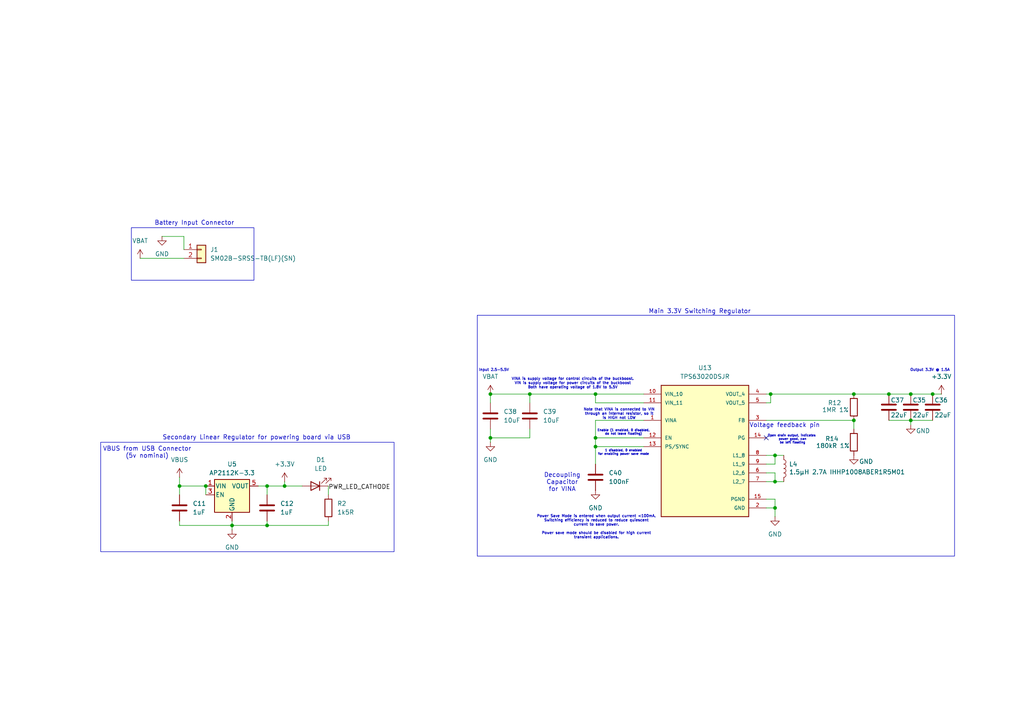
<source format=kicad_sch>
(kicad_sch (version 20250114) (generator "eeschema") (generator_version "9.0")
  (paper "A4")
  (lib_symbols
    (symbol "Connector_Generic:Conn_01x02" (pin_names (offset 1.016) (hide yes))
      (property "Reference" "J" (at 0 2.54 0))
      (property "Value" "Conn_01x02" (at 0 -5.08 0))
      (symbol "Conn_01x02_1_1"
        (rectangle (start -1.27 1.27) (end 1.27 -3.81) (stroke (width 0.254)) (fill (type background)))
        (rectangle (start -1.27 0.127) (end 0 -0.127) (stroke (width 0.1524)))
        (rectangle (start -1.27 -2.413) (end 0 -2.667) (stroke (width 0.1524)))
        (pin passive line (at -5.08 0 0) (length 3.81) (name "Pin_1") (number "1"))
        (pin passive line (at -5.08 -2.54 0) (length 3.81) (name "Pin_2") (number "2"))
      )
    )
    (symbol "Device:C" (pin_numbers (hide yes)) (pin_names (offset 0.254))
      (property "Reference" "C" (at 0.635 2.54 0))
      (property "Value" "C" (at 0.635 -2.54 0))
      (symbol "C_0_1"
        (polyline (pts (xy -2.032 0.762) (xy 2.032 0.762)) (stroke (width 0.508)))
        (polyline (pts (xy -2.032 -0.762) (xy 2.032 -0.762)) (stroke (width 0.508)))
      )
      (symbol "C_1_1"
        (pin passive line (at 0 3.81 270) (length 2.794) (name "~") (number "1"))
        (pin passive line (at 0 -3.81 90) (length 2.794) (name "~") (number "2"))
      )
    )
    (symbol "Device:L" (pin_numbers (hide yes)) (pin_names (offset 1.016) (hide yes))
      (property "Reference" "L" (at -1.27 0 90))
      (property "Value" "L" (at 1.905 0 90))
      (symbol "L_0_1"
        (arc (start 0 2.54) (mid 0.6323 1.905) (end 0 1.27))
        (arc (start 0 1.27) (mid 0.6323 0.635) (end 0 0))
        (arc (start 0 0) (mid 0.6323 -0.635) (end 0 -1.27))
        (arc (start 0 -1.27) (mid 0.6323 -1.905) (end 0 -2.54))
      )
      (symbol "L_1_1"
        (pin passive line (at 0 3.81 270) (length 1.27) (name "1") (number "1"))
        (pin passive line (at 0 -3.81 90) (length 1.27) (name "2") (number "2"))
      )
    )
    (symbol "Device:LED" (pin_numbers (hide yes)) (pin_names (offset 1.016) (hide yes))
      (property "Reference" "D" (at 0 2.54 0))
      (property "Value" "LED" (at 0 -2.54 0))
      (symbol "LED_0_1"
        (polyline (pts (xy -3.048 -0.762) (xy -4.572 -2.286) (xy -3.81 -2.286) (xy -4.572 -2.286) (xy -4.572 -1.524)))
        (polyline (pts (xy -1.778 -0.762) (xy -3.302 -2.286) (xy -2.54 -2.286) (xy -3.302 -2.286) (xy -3.302 -1.524)))
        (polyline (pts (xy -1.27 0) (xy 1.27 0)))
        (polyline (pts (xy -1.27 -1.27) (xy -1.27 1.27)) (stroke (width 0.254)))
        (polyline (pts (xy 1.27 -1.27) (xy 1.27 1.27) (xy -1.27 0) (xy 1.27 -1.27)) (stroke (width 0.254)))
      )
      (symbol "LED_1_1"
        (pin passive line (at -3.81 0 0) (length 2.54) (name "K") (number "1"))
        (pin passive line (at 3.81 0 180) (length 2.54) (name "A") (number "2"))
      )
    )
    (symbol "Device:R" (pin_numbers (hide yes)) (pin_names (offset 0))
      (property "Reference" "R" (at 2.032 0 90))
      (property "Value" "R" (at 0 0 90))
      (symbol "R_0_1"
        (rectangle (start -1.016 -2.54) (end 1.016 2.54) (stroke (width 0.254)))
      )
      (symbol "R_1_1"
        (pin passive line (at 0 3.81 270) (length 1.27) (name "~") (number "1"))
        (pin passive line (at 0 -3.81 90) (length 1.27) (name "~") (number "2"))
      )
    )
    (symbol "Regulator_Linear:AP2112K-3.3" (pin_names (offset 0.254))
      (property "Reference" "U" (at -5.08 5.715 0))
      (property "Value" "AP2112K-3.3" (at 0 5.715 0))
      (symbol "AP2112K-3.3_0_1"
        (rectangle (start -5.08 4.445) (end 5.08 -5.08) (stroke (width 0.254)) (fill (type background)))
      )
      (symbol "AP2112K-3.3_1_1"
        (pin power_in line (at -7.62 2.54 0) (length 2.54) (name "VIN") (number "1"))
        (pin input line (at -7.62 0 0) (length 2.54) (name "EN") (number "3"))
        (pin power_in line (at 0 -7.62 90) (length 2.54) (name "GND") (number "2"))
        (pin no_connect line (at 5.08 0 180) (length 2.54) (hide yes) (name "NC") (number "4"))
        (pin power_out line (at 7.62 2.54 180) (length 2.54) (name "VOUT") (number "5"))
      )
    )
    (symbol "TPS63020DSJR:TPS63020DSJR" (pin_names (offset 1.016))
      (property "Reference" "U" (at -12.7 19.05 0))
      (property "Value" "TPS63020DSJR" (at -12.7 -21.59 0))
      (symbol "TPS63020DSJR_0_0"
        (rectangle (start -12.7 -20.32) (end 12.7 17.78) (stroke (width 0.254)) (fill (type background)))
        (pin input line (at -17.78 15.24 0) (length 5.08) (name "VIN_10") (number "10"))
        (pin input line (at -17.78 12.7 0) (length 5.08) (name "VIN_11") (number "11"))
        (pin input line (at -17.78 7.62 0) (length 5.08) (name "VINA") (number "1"))
        (pin input line (at -17.78 2.54 0) (length 5.08) (name "EN") (number "12"))
        (pin input line (at -17.78 0 0) (length 5.08) (name "PS/SYNC") (number "13"))
        (pin output line (at 17.78 15.24 180) (length 5.08) (name "VOUT_4") (number "4"))
        (pin output line (at 17.78 12.7 180) (length 5.08) (name "VOUT_5") (number "5"))
        (pin input line (at 17.78 7.62 180) (length 5.08) (name "FB") (number "3"))
        (pin output line (at 17.78 2.54 180) (length 5.08) (name "PG") (number "14"))
        (pin passive line (at 17.78 -2.54 180) (length 5.08) (name "L1_8") (number "8"))
        (pin passive line (at 17.78 -5.08 180) (length 5.08) (name "L1_9") (number "9"))
        (pin passive line (at 17.78 -7.62 180) (length 5.08) (name "L2_6") (number "6"))
        (pin passive line (at 17.78 -10.16 180) (length 5.08) (name "L2_7") (number "7"))
        (pin power_in line (at 17.78 -15.24 180) (length 5.08) (name "PGND") (number "15"))
        (pin power_in line (at 17.78 -17.78 180) (length 5.08) (name "GND") (number "2"))
      )
    )
    (symbol "power:+3.3V" (power) (pin_numbers (hide yes)) (pin_names (offset 0) (hide yes))
      (property "Value" "+3.3V" (at 0 3.556 0))
      (symbol "+3.3V_0_1"
        (polyline (pts (xy -0.762 1.27) (xy 0 2.54)))
        (polyline (pts (xy 0 2.54) (xy 0.762 1.27)))
        (polyline (pts (xy 0 0) (xy 0 2.54)))
      )
      (symbol "+3.3V_1_1"
        (pin power_in line (at 0 0 90) (length 0) (name "~") (number "1"))
      )
    )
    (symbol "power:GND" (power) (pin_numbers (hide yes)) (pin_names (offset 0) (hide yes))
      (property "Value" "GND" (at 0 -3.81 0))
      (symbol "GND_0_1"
        (polyline (pts (xy 0 0) (xy 0 -1.27) (xy 1.27 -1.27) (xy 0 -2.54) (xy -1.27 -1.27) (xy 0 -1.27)))
      )
      (symbol "GND_1_1"
        (pin power_in line (at 0 0 270) (length 0) (name "~") (number "1"))
      )
    )
  )
  (rectangle (start 38.1 66.04) (end 73.66 81.28))
  (rectangle (start 138.43 91.44) (end 276.86 161.29))
  (rectangle (start 29.21 128.27) (end 114.3 160.02))
  (text "Power Save Mode is entered when output current <100mA.\nSwitching efficiency is reduced to reduce quiescent\ncurrent to save power.\n\nPower save mode should be disabled for high current\ntransient applications." (at 172.974 152.908 0) (effects (font (size 0.762 0.762))))
  (text "Note that VINA is connected to VIN\nthrough an internal resistor, so it\nis HIGH not LOW" (at 179.578 120.142 0) (effects (font (size 0.762 0.762))))
  (text "Voltage feedback pin" (at 227.584 123.444 0) (effects (font (size 1.27 1.27))))
  (text "Secondary Linear Regulator for powering board via USB" (at 74.422 127 0) (effects (font (size 1.27 1.27))))
  (text "Battery Input Connector" (at 56.388 64.77 0) (effects (font (size 1.27 1.27))))
  (text "VINA is supply voltage for control circuits of the buckboost.\nVIN is supply voltage for power circuits of the buckboost\nBoth have operating voltage of 1.8V to 5.5V" (at 166.116 111.252 0) (effects (font (size 0.762 0.762))))
  (text "Decoupling\nCapacitor\nfor VINA" (at 163.068 139.954 0) (effects (font (size 1.27 1.27))))
  (text "1 disabled, 0 enabled\nfor enabling power save mode" (at 180.848 131.318 0) (effects (font (size 0.635 0.635))))
  (text "Enable (1 enabled, 0 disabled,\ndo not leave floating)" (at 180.848 125.476 0) (effects (font (size 0.635 0.635))))
  (text "Output 3.3V @ 1.5A" (at 269.748 107.442 0) (effects (font (size 0.762 0.762))))
  (text "VBUS from USB Connector\n(5v nominal)" (at 42.672 131.318 0) (effects (font (size 1.27 1.27))))
  (text "Open drain output, indicates \npower good, can\nbe left floating" (at 229.87 127.508 0) (effects (font (size 0.635 0.635))))
  (text "Input 2.5-5.5V" (at 143.256 107.442 0) (effects (font (size 0.762 0.762))))
  (text "Main 3.3V Switching Regulator" (at 202.946 90.424 0) (effects (font (size 1.27 1.27))))
  (junction (at 142.24 114.3))
  (junction (at 224.79 147.32))
  (junction (at 257.81 114.3))
  (junction (at 82.55 140.97))
  (junction (at 270.51 114.3))
  (junction (at 67.31 152.4))
  (junction (at 247.65 114.3))
  (junction (at 264.16 121.92))
  (junction (at 59.69 140.97))
  (junction (at 224.79 132.08))
  (junction (at 172.72 129.54))
  (junction (at 172.72 114.3))
  (junction (at 142.24 127))
  (junction (at 172.72 127))
  (junction (at 224.79 139.7))
  (junction (at 77.47 140.97))
  (junction (at 153.67 114.3))
  (junction (at 223.52 114.3))
  (junction (at 52.07 140.97))
  (junction (at 264.16 114.3))
  (junction (at 247.65 121.92))
  (junction (at 77.47 152.4))
  (no_connect (at 222.25 127))
  (wire (pts (xy 247.65 124.46) (xy 247.65 121.92)))
  (wire (pts (xy 59.69 140.97) (xy 59.69 143.51)))
  (wire (pts (xy 52.07 152.4) (xy 67.31 152.4)))
  (wire (pts (xy 153.67 127) (xy 153.67 124.46)))
  (wire (pts (xy 172.72 121.92) (xy 172.72 127)))
  (wire (pts (xy 172.72 127) (xy 172.72 129.54)))
  (wire (pts (xy 77.47 140.97) (xy 77.47 143.51)))
  (wire (pts (xy 95.25 152.4) (xy 95.25 151.13)))
  (wire (pts (xy 67.31 152.4) (xy 67.31 151.13)))
  (wire (pts (xy 264.16 123.19) (xy 264.16 121.92)))
  (wire (pts (xy 224.79 134.62) (xy 224.79 132.08)))
  (wire (pts (xy 40.64 74.93) (xy 53.34 74.93)))
  (wire (pts (xy 74.93 140.97) (xy 77.47 140.97)))
  (wire (pts (xy 82.55 139.7) (xy 82.55 140.97)))
  (wire (pts (xy 222.25 147.32) (xy 224.79 147.32)))
  (wire (pts (xy 77.47 140.97) (xy 82.55 140.97)))
  (wire (pts (xy 222.25 116.84) (xy 223.52 116.84)))
  (wire (pts (xy 142.24 127) (xy 153.67 127)))
  (wire (pts (xy 142.24 116.84) (xy 142.24 114.3)))
  (wire (pts (xy 224.79 132.08) (xy 227.33 132.08)))
  (wire (pts (xy 264.16 121.92) (xy 270.51 121.92)))
  (wire (pts (xy 142.24 114.3) (xy 153.67 114.3)))
  (wire (pts (xy 222.25 134.62) (xy 224.79 134.62)))
  (wire (pts (xy 172.72 116.84) (xy 172.72 114.3)))
  (wire (pts (xy 273.05 114.3) (xy 270.51 114.3)))
  (wire (pts (xy 52.07 140.97) (xy 52.07 143.51)))
  (wire (pts (xy 223.52 116.84) (xy 223.52 114.3)))
  (wire (pts (xy 95.25 140.97) (xy 95.25 143.51)))
  (wire (pts (xy 224.79 144.78) (xy 224.79 147.32)))
  (wire (pts (xy 247.65 114.3) (xy 257.81 114.3)))
  (wire (pts (xy 222.25 114.3) (xy 223.52 114.3)))
  (wire (pts (xy 222.25 132.08) (xy 224.79 132.08)))
  (wire (pts (xy 82.55 140.97) (xy 87.63 140.97)))
  (wire (pts (xy 142.24 124.46) (xy 142.24 127)))
  (wire (pts (xy 172.72 129.54) (xy 186.69 129.54)))
  (wire (pts (xy 172.72 127) (xy 186.69 127)))
  (wire (pts (xy 142.24 127) (xy 142.24 128.27)))
  (wire (pts (xy 270.51 114.3) (xy 264.16 114.3)))
  (wire (pts (xy 222.25 137.16) (xy 224.79 137.16)))
  (wire (pts (xy 172.72 129.54) (xy 172.72 134.62)))
  (wire (pts (xy 172.72 116.84) (xy 186.69 116.84)))
  (wire (pts (xy 153.67 116.84) (xy 153.67 114.3)))
  (wire (pts (xy 46.99 68.58) (xy 53.34 68.58)))
  (wire (pts (xy 257.81 114.3) (xy 264.16 114.3)))
  (wire (pts (xy 224.79 139.7) (xy 227.33 139.7)))
  (wire (pts (xy 186.69 121.92) (xy 172.72 121.92)))
  (wire (pts (xy 222.25 139.7) (xy 224.79 139.7)))
  (wire (pts (xy 52.07 152.4) (xy 52.07 151.13)))
  (wire (pts (xy 222.25 121.92) (xy 247.65 121.92)))
  (wire (pts (xy 224.79 147.32) (xy 224.79 149.86)))
  (wire (pts (xy 52.07 140.97) (xy 59.69 140.97)))
  (wire (pts (xy 53.34 68.58) (xy 53.34 72.39)))
  (wire (pts (xy 224.79 137.16) (xy 224.79 139.7)))
  (wire (pts (xy 52.07 138.43) (xy 52.07 140.97)))
  (wire (pts (xy 153.67 114.3) (xy 172.72 114.3)))
  (wire (pts (xy 77.47 152.4) (xy 95.25 152.4)))
  (wire (pts (xy 67.31 153.67) (xy 67.31 152.4)))
  (wire (pts (xy 172.72 114.3) (xy 186.69 114.3)))
  (wire (pts (xy 222.25 144.78) (xy 224.79 144.78)))
  (wire (pts (xy 223.52 114.3) (xy 247.65 114.3)))
  (wire (pts (xy 257.81 121.92) (xy 264.16 121.92)))
  (wire (pts (xy 67.31 152.4) (xy 77.47 152.4)))
  (wire (pts (xy 77.47 152.4) (xy 77.47 151.13)))
  (label "PWR_LED_CATHODE" (at 95.25 142.24 0))
  (symbol (lib_id "Device:C") (at 270.51 118.11 0) (unit 1)
    (property "Reference" "C36" (at 271.018 116.078 0) (effects (justify left)))
    (property "Value" "22uF" (at 271.018 120.396 0) (effects (justify left)))
    (property "Footprint" "Capacitor_SMD:C_0805_2012Metric" (effects (hide yes)))
    (property "Description" "Unpolarized capacitor" (effects (hide yes)))
  )
  (symbol (lib_id "Device:R") (at 247.65 118.11 0) (unit 1)
    (property "Reference" "R12" (at 242.062 116.84 0))
    (property "Value" "1MR 1%" (at 242.316 118.872 0))
    (property "Footprint" "Resistor_SMD:R_0201_0603Metric" (effects (hide yes)))
    (property "Description" "Resistor" (effects (hide yes)))
  )
  (symbol (lib_id "Device:C") (at 52.07 147.32 0) (unit 1)
    (property "Reference" "C11" (at 55.88 146.0499 0) (effects (justify left)))
    (property "Value" "1uF" (at 55.88 148.5899 0) (effects (justify left)))
    (property "Footprint" "Capacitor_SMD:C_0402_1005Metric" (effects (hide yes)))
    (property "Description" "Unpolarized capacitor" (effects (hide yes)))
  )
  (symbol (lib_id "Device:LED") (at 91.44 140.97 180) (unit 1)
    (property "Reference" "D1" (at 93.0275 133.35 0))
    (property "Value" "LED" (at 93.0275 135.89 0))
    (property "Footprint" "LED_SMD:LED_0603_1608Metric" (effects (hide yes)))
    (property "Description" "Light emitting diode" (effects (hide yes)))
    (property "Sim.Pins" "1=K 2=A" (effects (hide yes)))
  )
  (symbol (lib_id "TPS63020DSJR:TPS63020DSJR") (at 204.47 129.54 0) (unit 1)
    (property "Reference" "U13" (at 204.47 106.68 0))
    (property "Value" "TPS63020DSJR" (at 204.47 109.22 0))
    (property "Footprint" "Custom Footprints:TPS63020DSJR" (effects (hide yes)))
    (property "MF" "Texas Instruments" (effects (hide yes)))
    (property "Mouser-Purchase-URL" "https://snapeda.com/shop?store=Mouser&id=296571" (effects (hide yes)))
    (property "Description_1" "High Efficiency Single Inductor Buck-Boost Converter with 4A Switch 14-VSON -40 to 85" (effects (hide yes)))
    (property "Package" "VSON-14 Texas Instruments" (effects (hide yes)))
    (property "Price" "None" (effects (hide yes)))
    (property "MP" "TPS63020DSJR" (effects (hide yes)))
    (property "Texas_Instruments-Purchase-URL" "https://snapeda.com/shop?store=Texas+Instruments&id=296571" (effects (hide yes)))
    (property "DigiKey-Purchase-URL" "https://snapeda.com/shop?store=DigiKey&id=296571" (effects (hide yes)))
    (property "Availability" "Good" (effects (hide yes)))
  )
  (symbol (lib_id "Device:C") (at 77.47 147.32 0) (unit 1)
    (property "Reference" "C12" (at 81.28 146.0499 0) (effects (justify left)))
    (property "Value" "1uF" (at 81.28 148.5899 0) (effects (justify left)))
    (property "Footprint" "Capacitor_SMD:C_0402_1005Metric" (effects (hide yes)))
    (property "Description" "Unpolarized capacitor" (effects (hide yes)))
  )
  (symbol (lib_id "power:GND") (at 67.31 153.67 0) (unit 1)
    (property "Reference" "#PWR016" (effects (hide yes)))
    (property "Value" "GND" (at 67.31 158.75 0))
    (property "Description" "Power symbol creates a global label with name \"GND\" , ground" (effects (hide yes)))
  )
  (symbol (lib_id "Device:C") (at 264.16 118.11 0) (unit 1)
    (property "Reference" "C35" (at 264.668 116.078 0) (effects (justify left)))
    (property "Value" "22uF" (at 264.668 120.396 0) (effects (justify left)))
    (property "Footprint" "Capacitor_SMD:C_0805_2012Metric" (effects (hide yes)))
    (property "Description" "Unpolarized capacitor" (effects (hide yes)))
  )
  (symbol (lib_id "Device:C") (at 142.24 120.65 0) (unit 1)
    (property "Reference" "C38" (at 146.05 119.3799 0) (effects (justify left)))
    (property "Value" "10uF" (at 146.05 121.9199 0) (effects (justify left)))
    (property "Footprint" "Capacitor_SMD:C_0603_1608Metric" (effects (hide yes)))
    (property "Description" "Unpolarized capacitor" (effects (hide yes)))
  )
  (symbol (lib_id "Device:R") (at 95.25 147.32 0) (unit 1)
    (property "Reference" "R2" (at 97.79 146.0499 0) (effects (justify left)))
    (property "Value" "1k5R" (at 97.79 148.5899 0) (effects (justify left)))
    (property "Footprint" "Capacitor_SMD:C_0402_1005Metric" (effects (hide yes)))
    (property "Description" "Resistor" (effects (hide yes)))
  )
  (symbol (lib_id "power:GND") (at 224.79 149.86 0) (unit 1)
    (property "Reference" "#PWR082" (effects (hide yes)))
    (property "Value" "GND" (at 224.79 154.94 0))
    (property "Description" "Power symbol creates a global label with name \"GND\" , ground" (effects (hide yes)))
  )
  (symbol (lib_id "power:GND") (at 142.24 128.27 0) (unit 1)
    (property "Reference" "#PWR080" (effects (hide yes)))
    (property "Value" "GND" (at 142.24 133.35 0))
    (property "Description" "Power symbol creates a global label with name \"GND\" , ground" (effects (hide yes)))
  )
  (symbol (lib_id "Device:C") (at 257.81 118.11 0) (unit 1)
    (property "Reference" "C37" (at 258.318 116.078 0) (effects (justify left)))
    (property "Value" "22uF" (at 258.318 120.396 0) (effects (justify left)))
    (property "Footprint" "Capacitor_SMD:C_0805_2012Metric" (effects (hide yes)))
    (property "Description" "Unpolarized capacitor" (effects (hide yes)))
  )
  (symbol (lib_id "power:GND") (at 247.65 132.08 0) (unit 1)
    (property "Reference" "#PWR083" (effects (hide yes)))
    (property "Value" "GND" (at 251.206 133.858 0))
    (property "Description" "Power symbol creates a global label with name \"GND\" , ground" (effects (hide yes)))
  )
  (symbol (lib_id "power:GND") (at 46.99 68.58 0) (unit 1)
    (property "Reference" "#PWR095" (effects (hide yes)))
    (property "Value" "GND" (at 46.99 73.66 0))
    (property "Description" "Power symbol creates a global label with name \"GND\" , ground" (effects (hide yes)))
  )
  (symbol (lib_id "power:+3.3V") (at 273.05 114.3 0) (unit 1)
    (property "Reference" "#PWR085" (effects (hide yes)))
    (property "Value" "+3.3V" (at 273.05 109.22 0))
    (property "Description" "Power symbol creates a global label with name \"+3.3V\"" (effects (hide yes)))
  )
  (symbol (lib_id "power:GND") (at 264.16 123.19 0) (unit 1)
    (property "Reference" "#PWR084" (effects (hide yes)))
    (property "Value" "GND" (at 267.716 124.968 0))
    (property "Description" "Power symbol creates a global label with name \"GND\" , ground" (effects (hide yes)))
  )
  (symbol (lib_id "Device:C") (at 153.67 120.65 0) (unit 1)
    (property "Reference" "C39" (at 157.48 119.3799 0) (effects (justify left)))
    (property "Value" "10uF" (at 157.48 121.9199 0) (effects (justify left)))
    (property "Footprint" "Capacitor_SMD:C_0603_1608Metric" (effects (hide yes)))
    (property "Description" "Unpolarized capacitor" (effects (hide yes)))
  )
  (symbol (lib_id "power:+3.3V") (at 142.24 114.3 0) (unit 1)
    (property "Reference" "#PWR054" (effects (hide yes)))
    (property "Value" "VBAT" (at 142.24 109.22 0))
    (property "Description" "Power symbol creates a global label with name \"+3.3V\"" (effects (hide yes)))
  )
  (symbol (lib_id "power:+3.3V") (at 52.07 138.43 0) (unit 1)
    (property "Reference" "#PWR018" (effects (hide yes)))
    (property "Value" "VBUS" (at 52.07 133.35 0))
    (property "Description" "Power symbol creates a global label with name \"+3.3V\"" (effects (hide yes)))
  )
  (symbol (lib_id "Regulator_Linear:AP2112K-3.3") (at 67.31 143.51 0) (unit 1)
    (property "Reference" "U5" (at 67.31 134.62 0))
    (property "Value" "AP2112K-3.3" (at 67.31 137.16 0))
    (property "Footprint" "Package_TO_SOT_SMD:SOT-23-5" (effects (hide yes)))
    (property "Datasheet" "https://www.diodes.com/assets/Datasheets/AP2112.pdf" (effects (hide yes)))
    (property "Description" "600mA low dropout linear regulator, with enable pin, 3.8V-6V input voltage range, 3.3V fixed positive output, SOT-23-5" (effects (hide yes)))
  )
  (symbol (lib_id "Connector_Generic:Conn_01x02") (at 58.42 72.39 0) (unit 1)
    (property "Reference" "J1" (at 60.96 72.3899 0) (effects (justify left)))
    (property "Value" "SM02B-SRSS-TB(LF)(SN)" (at 60.96 74.9299 0) (effects (justify left)))
    (property "Footprint" "Connector_JST:JST_SH_SM02B-SRSS-TB_1x02-1MP_P1.00mm_Horizontal" (effects (hide yes)))
    (property "Description" "Generic connector, single row, 01x02, script generated (kicad-library-utils/schlib/autogen/connector/)" (effects (hide yes)))
  )
  (symbol (lib_id "Device:L") (at 227.33 135.89 0) (unit 1)
    (property "Reference" "L4" (at 228.854 134.62 0) (effects (justify left)))
    (property "Value" "1.5µH 2.7A IHHP1008ABER1R5M01" (at 228.854 136.906 0) (effects (justify left)))
    (property "Footprint" "Inductor_SMD:L_1008_2520Metric" (effects (hide yes)))
    (property "Description" "Inductor" (effects (hide yes)))
  )
  (symbol (lib_id "Device:R") (at 247.65 128.27 0) (unit 1)
    (property "Reference" "R14" (at 241.3 127.254 0))
    (property "Value" "180kR 1%" (at 241.554 129.286 0))
    (property "Footprint" "Resistor_SMD:R_0201_0603Metric" (effects (hide yes)))
    (property "Description" "Resistor" (effects (hide yes)))
  )
  (symbol (lib_id "Device:C") (at 172.72 138.43 0) (unit 1)
    (property "Reference" "C40" (at 176.53 137.1599 0) (effects (justify left)))
    (property "Value" "100nF" (at 176.53 139.6999 0) (effects (justify left)))
    (property "Footprint" "Capacitor_SMD:C_0402_1005Metric" (effects (hide yes)))
    (property "Description" "Unpolarized capacitor" (effects (hide yes)))
  )
  (symbol (lib_id "power:+3.3V") (at 40.64 74.93 0) (unit 1)
    (property "Reference" "#PWR010" (effects (hide yes)))
    (property "Value" "VBAT" (at 40.64 69.85 0))
    (property "Description" "Power symbol creates a global label with name \"+3.3V\"" (effects (hide yes)))
  )
  (symbol (lib_id "power:GND") (at 172.72 142.24 0) (unit 1)
    (property "Reference" "#PWR081" (effects (hide yes)))
    (property "Value" "GND" (at 172.72 147.32 0))
    (property "Description" "Power symbol creates a global label with name \"GND\" , ground" (effects (hide yes)))
  )
  (symbol (lib_id "power:+3.3V") (at 82.55 139.7 0) (unit 1)
    (property "Reference" "#PWR017" (effects (hide yes)))
    (property "Value" "+3.3V" (at 82.55 134.62 0))
    (property "Description" "Power symbol creates a global label with name \"+3.3V\"" (effects (hide yes)))
  )
)
</source>
